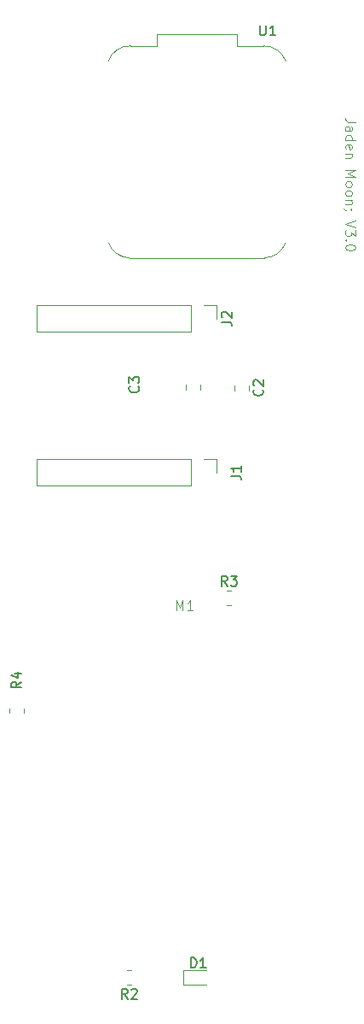
<source format=gbr>
%TF.GenerationSoftware,KiCad,Pcbnew,8.0.8*%
%TF.CreationDate,2025-03-03T09:56:18-08:00*%
%TF.ProjectId,pLUFsPCB,704c5546-7350-4434-922e-6b696361645f,3*%
%TF.SameCoordinates,Original*%
%TF.FileFunction,Legend,Top*%
%TF.FilePolarity,Positive*%
%FSLAX46Y46*%
G04 Gerber Fmt 4.6, Leading zero omitted, Abs format (unit mm)*
G04 Created by KiCad (PCBNEW 8.0.8) date 2025-03-03 09:56:18*
%MOMM*%
%LPD*%
G01*
G04 APERTURE LIST*
%ADD10C,0.100000*%
%ADD11C,0.150000*%
%ADD12C,0.120000*%
G04 APERTURE END LIST*
D10*
X123047580Y-50119598D02*
X122333295Y-50119598D01*
X122333295Y-50119598D02*
X122190438Y-50071979D01*
X122190438Y-50071979D02*
X122095200Y-49976741D01*
X122095200Y-49976741D02*
X122047580Y-49833884D01*
X122047580Y-49833884D02*
X122047580Y-49738646D01*
X122047580Y-51024360D02*
X122571390Y-51024360D01*
X122571390Y-51024360D02*
X122666628Y-50976741D01*
X122666628Y-50976741D02*
X122714247Y-50881503D01*
X122714247Y-50881503D02*
X122714247Y-50691027D01*
X122714247Y-50691027D02*
X122666628Y-50595789D01*
X122095200Y-51024360D02*
X122047580Y-50929122D01*
X122047580Y-50929122D02*
X122047580Y-50691027D01*
X122047580Y-50691027D02*
X122095200Y-50595789D01*
X122095200Y-50595789D02*
X122190438Y-50548170D01*
X122190438Y-50548170D02*
X122285676Y-50548170D01*
X122285676Y-50548170D02*
X122380914Y-50595789D01*
X122380914Y-50595789D02*
X122428533Y-50691027D01*
X122428533Y-50691027D02*
X122428533Y-50929122D01*
X122428533Y-50929122D02*
X122476152Y-51024360D01*
X122047580Y-51929122D02*
X123047580Y-51929122D01*
X122095200Y-51929122D02*
X122047580Y-51833884D01*
X122047580Y-51833884D02*
X122047580Y-51643408D01*
X122047580Y-51643408D02*
X122095200Y-51548170D01*
X122095200Y-51548170D02*
X122142819Y-51500551D01*
X122142819Y-51500551D02*
X122238057Y-51452932D01*
X122238057Y-51452932D02*
X122523771Y-51452932D01*
X122523771Y-51452932D02*
X122619009Y-51500551D01*
X122619009Y-51500551D02*
X122666628Y-51548170D01*
X122666628Y-51548170D02*
X122714247Y-51643408D01*
X122714247Y-51643408D02*
X122714247Y-51833884D01*
X122714247Y-51833884D02*
X122666628Y-51929122D01*
X122095200Y-52786265D02*
X122047580Y-52691027D01*
X122047580Y-52691027D02*
X122047580Y-52500551D01*
X122047580Y-52500551D02*
X122095200Y-52405313D01*
X122095200Y-52405313D02*
X122190438Y-52357694D01*
X122190438Y-52357694D02*
X122571390Y-52357694D01*
X122571390Y-52357694D02*
X122666628Y-52405313D01*
X122666628Y-52405313D02*
X122714247Y-52500551D01*
X122714247Y-52500551D02*
X122714247Y-52691027D01*
X122714247Y-52691027D02*
X122666628Y-52786265D01*
X122666628Y-52786265D02*
X122571390Y-52833884D01*
X122571390Y-52833884D02*
X122476152Y-52833884D01*
X122476152Y-52833884D02*
X122380914Y-52357694D01*
X122714247Y-53262456D02*
X122047580Y-53262456D01*
X122619009Y-53262456D02*
X122666628Y-53310075D01*
X122666628Y-53310075D02*
X122714247Y-53405313D01*
X122714247Y-53405313D02*
X122714247Y-53548170D01*
X122714247Y-53548170D02*
X122666628Y-53643408D01*
X122666628Y-53643408D02*
X122571390Y-53691027D01*
X122571390Y-53691027D02*
X122047580Y-53691027D01*
X122047580Y-54929123D02*
X123047580Y-54929123D01*
X123047580Y-54929123D02*
X122333295Y-55262456D01*
X122333295Y-55262456D02*
X123047580Y-55595789D01*
X123047580Y-55595789D02*
X122047580Y-55595789D01*
X122047580Y-56214837D02*
X122095200Y-56119599D01*
X122095200Y-56119599D02*
X122142819Y-56071980D01*
X122142819Y-56071980D02*
X122238057Y-56024361D01*
X122238057Y-56024361D02*
X122523771Y-56024361D01*
X122523771Y-56024361D02*
X122619009Y-56071980D01*
X122619009Y-56071980D02*
X122666628Y-56119599D01*
X122666628Y-56119599D02*
X122714247Y-56214837D01*
X122714247Y-56214837D02*
X122714247Y-56357694D01*
X122714247Y-56357694D02*
X122666628Y-56452932D01*
X122666628Y-56452932D02*
X122619009Y-56500551D01*
X122619009Y-56500551D02*
X122523771Y-56548170D01*
X122523771Y-56548170D02*
X122238057Y-56548170D01*
X122238057Y-56548170D02*
X122142819Y-56500551D01*
X122142819Y-56500551D02*
X122095200Y-56452932D01*
X122095200Y-56452932D02*
X122047580Y-56357694D01*
X122047580Y-56357694D02*
X122047580Y-56214837D01*
X122047580Y-57119599D02*
X122095200Y-57024361D01*
X122095200Y-57024361D02*
X122142819Y-56976742D01*
X122142819Y-56976742D02*
X122238057Y-56929123D01*
X122238057Y-56929123D02*
X122523771Y-56929123D01*
X122523771Y-56929123D02*
X122619009Y-56976742D01*
X122619009Y-56976742D02*
X122666628Y-57024361D01*
X122666628Y-57024361D02*
X122714247Y-57119599D01*
X122714247Y-57119599D02*
X122714247Y-57262456D01*
X122714247Y-57262456D02*
X122666628Y-57357694D01*
X122666628Y-57357694D02*
X122619009Y-57405313D01*
X122619009Y-57405313D02*
X122523771Y-57452932D01*
X122523771Y-57452932D02*
X122238057Y-57452932D01*
X122238057Y-57452932D02*
X122142819Y-57405313D01*
X122142819Y-57405313D02*
X122095200Y-57357694D01*
X122095200Y-57357694D02*
X122047580Y-57262456D01*
X122047580Y-57262456D02*
X122047580Y-57119599D01*
X122714247Y-57881504D02*
X122047580Y-57881504D01*
X122619009Y-57881504D02*
X122666628Y-57929123D01*
X122666628Y-57929123D02*
X122714247Y-58024361D01*
X122714247Y-58024361D02*
X122714247Y-58167218D01*
X122714247Y-58167218D02*
X122666628Y-58262456D01*
X122666628Y-58262456D02*
X122571390Y-58310075D01*
X122571390Y-58310075D02*
X122047580Y-58310075D01*
X122095200Y-58833885D02*
X122047580Y-58833885D01*
X122047580Y-58833885D02*
X121952342Y-58786266D01*
X121952342Y-58786266D02*
X121904723Y-58738647D01*
X122666628Y-58786266D02*
X122619009Y-58833885D01*
X122619009Y-58833885D02*
X122571390Y-58786266D01*
X122571390Y-58786266D02*
X122619009Y-58738647D01*
X122619009Y-58738647D02*
X122666628Y-58786266D01*
X122666628Y-58786266D02*
X122571390Y-58786266D01*
X123047580Y-59881504D02*
X122047580Y-60214837D01*
X122047580Y-60214837D02*
X123047580Y-60548170D01*
X123047580Y-60786266D02*
X123047580Y-61405313D01*
X123047580Y-61405313D02*
X122666628Y-61071980D01*
X122666628Y-61071980D02*
X122666628Y-61214837D01*
X122666628Y-61214837D02*
X122619009Y-61310075D01*
X122619009Y-61310075D02*
X122571390Y-61357694D01*
X122571390Y-61357694D02*
X122476152Y-61405313D01*
X122476152Y-61405313D02*
X122238057Y-61405313D01*
X122238057Y-61405313D02*
X122142819Y-61357694D01*
X122142819Y-61357694D02*
X122095200Y-61310075D01*
X122095200Y-61310075D02*
X122047580Y-61214837D01*
X122047580Y-61214837D02*
X122047580Y-60929123D01*
X122047580Y-60929123D02*
X122095200Y-60833885D01*
X122095200Y-60833885D02*
X122142819Y-60786266D01*
X122142819Y-61833885D02*
X122095200Y-61881504D01*
X122095200Y-61881504D02*
X122047580Y-61833885D01*
X122047580Y-61833885D02*
X122095200Y-61786266D01*
X122095200Y-61786266D02*
X122142819Y-61833885D01*
X122142819Y-61833885D02*
X122047580Y-61833885D01*
X123047580Y-62500551D02*
X123047580Y-62595789D01*
X123047580Y-62595789D02*
X122999961Y-62691027D01*
X122999961Y-62691027D02*
X122952342Y-62738646D01*
X122952342Y-62738646D02*
X122857104Y-62786265D01*
X122857104Y-62786265D02*
X122666628Y-62833884D01*
X122666628Y-62833884D02*
X122428533Y-62833884D01*
X122428533Y-62833884D02*
X122238057Y-62786265D01*
X122238057Y-62786265D02*
X122142819Y-62738646D01*
X122142819Y-62738646D02*
X122095200Y-62691027D01*
X122095200Y-62691027D02*
X122047580Y-62595789D01*
X122047580Y-62595789D02*
X122047580Y-62500551D01*
X122047580Y-62500551D02*
X122095200Y-62405313D01*
X122095200Y-62405313D02*
X122142819Y-62357694D01*
X122142819Y-62357694D02*
X122238057Y-62310075D01*
X122238057Y-62310075D02*
X122428533Y-62262456D01*
X122428533Y-62262456D02*
X122666628Y-62262456D01*
X122666628Y-62262456D02*
X122857104Y-62310075D01*
X122857104Y-62310075D02*
X122952342Y-62357694D01*
X122952342Y-62357694D02*
X122999961Y-62405313D01*
X122999961Y-62405313D02*
X123047580Y-62500551D01*
D11*
X110323333Y-96086819D02*
X109990000Y-95610628D01*
X109751905Y-96086819D02*
X109751905Y-95086819D01*
X109751905Y-95086819D02*
X110132857Y-95086819D01*
X110132857Y-95086819D02*
X110228095Y-95134438D01*
X110228095Y-95134438D02*
X110275714Y-95182057D01*
X110275714Y-95182057D02*
X110323333Y-95277295D01*
X110323333Y-95277295D02*
X110323333Y-95420152D01*
X110323333Y-95420152D02*
X110275714Y-95515390D01*
X110275714Y-95515390D02*
X110228095Y-95563009D01*
X110228095Y-95563009D02*
X110132857Y-95610628D01*
X110132857Y-95610628D02*
X109751905Y-95610628D01*
X110656667Y-95086819D02*
X111275714Y-95086819D01*
X111275714Y-95086819D02*
X110942381Y-95467771D01*
X110942381Y-95467771D02*
X111085238Y-95467771D01*
X111085238Y-95467771D02*
X111180476Y-95515390D01*
X111180476Y-95515390D02*
X111228095Y-95563009D01*
X111228095Y-95563009D02*
X111275714Y-95658247D01*
X111275714Y-95658247D02*
X111275714Y-95896342D01*
X111275714Y-95896342D02*
X111228095Y-95991580D01*
X111228095Y-95991580D02*
X111180476Y-96039200D01*
X111180476Y-96039200D02*
X111085238Y-96086819D01*
X111085238Y-96086819D02*
X110799524Y-96086819D01*
X110799524Y-96086819D02*
X110704286Y-96039200D01*
X110704286Y-96039200D02*
X110656667Y-95991580D01*
X113799580Y-76620666D02*
X113847200Y-76668285D01*
X113847200Y-76668285D02*
X113894819Y-76811142D01*
X113894819Y-76811142D02*
X113894819Y-76906380D01*
X113894819Y-76906380D02*
X113847200Y-77049237D01*
X113847200Y-77049237D02*
X113751961Y-77144475D01*
X113751961Y-77144475D02*
X113656723Y-77192094D01*
X113656723Y-77192094D02*
X113466247Y-77239713D01*
X113466247Y-77239713D02*
X113323390Y-77239713D01*
X113323390Y-77239713D02*
X113132914Y-77192094D01*
X113132914Y-77192094D02*
X113037676Y-77144475D01*
X113037676Y-77144475D02*
X112942438Y-77049237D01*
X112942438Y-77049237D02*
X112894819Y-76906380D01*
X112894819Y-76906380D02*
X112894819Y-76811142D01*
X112894819Y-76811142D02*
X112942438Y-76668285D01*
X112942438Y-76668285D02*
X112990057Y-76620666D01*
X112990057Y-76239713D02*
X112942438Y-76192094D01*
X112942438Y-76192094D02*
X112894819Y-76096856D01*
X112894819Y-76096856D02*
X112894819Y-75858761D01*
X112894819Y-75858761D02*
X112942438Y-75763523D01*
X112942438Y-75763523D02*
X112990057Y-75715904D01*
X112990057Y-75715904D02*
X113085295Y-75668285D01*
X113085295Y-75668285D02*
X113180533Y-75668285D01*
X113180533Y-75668285D02*
X113323390Y-75715904D01*
X113323390Y-75715904D02*
X113894819Y-76287332D01*
X113894819Y-76287332D02*
X113894819Y-75668285D01*
X89862819Y-105576666D02*
X89386628Y-105909999D01*
X89862819Y-106148094D02*
X88862819Y-106148094D01*
X88862819Y-106148094D02*
X88862819Y-105767142D01*
X88862819Y-105767142D02*
X88910438Y-105671904D01*
X88910438Y-105671904D02*
X88958057Y-105624285D01*
X88958057Y-105624285D02*
X89053295Y-105576666D01*
X89053295Y-105576666D02*
X89196152Y-105576666D01*
X89196152Y-105576666D02*
X89291390Y-105624285D01*
X89291390Y-105624285D02*
X89339009Y-105671904D01*
X89339009Y-105671904D02*
X89386628Y-105767142D01*
X89386628Y-105767142D02*
X89386628Y-106148094D01*
X89196152Y-104719523D02*
X89862819Y-104719523D01*
X88815200Y-104957618D02*
X89529485Y-105195713D01*
X89529485Y-105195713D02*
X89529485Y-104576666D01*
D10*
X105244476Y-98501419D02*
X105244476Y-97501419D01*
X105244476Y-97501419D02*
X105577809Y-98215704D01*
X105577809Y-98215704D02*
X105911142Y-97501419D01*
X105911142Y-97501419D02*
X105911142Y-98501419D01*
X106911142Y-98501419D02*
X106339714Y-98501419D01*
X106625428Y-98501419D02*
X106625428Y-97501419D01*
X106625428Y-97501419D02*
X106530190Y-97644276D01*
X106530190Y-97644276D02*
X106434952Y-97739514D01*
X106434952Y-97739514D02*
X106339714Y-97787133D01*
D11*
X109739819Y-69919333D02*
X110454104Y-69919333D01*
X110454104Y-69919333D02*
X110596961Y-69966952D01*
X110596961Y-69966952D02*
X110692200Y-70062190D01*
X110692200Y-70062190D02*
X110739819Y-70205047D01*
X110739819Y-70205047D02*
X110739819Y-70300285D01*
X109835057Y-69490761D02*
X109787438Y-69443142D01*
X109787438Y-69443142D02*
X109739819Y-69347904D01*
X109739819Y-69347904D02*
X109739819Y-69109809D01*
X109739819Y-69109809D02*
X109787438Y-69014571D01*
X109787438Y-69014571D02*
X109835057Y-68966952D01*
X109835057Y-68966952D02*
X109930295Y-68919333D01*
X109930295Y-68919333D02*
X110025533Y-68919333D01*
X110025533Y-68919333D02*
X110168390Y-68966952D01*
X110168390Y-68966952D02*
X110739819Y-69538380D01*
X110739819Y-69538380D02*
X110739819Y-68919333D01*
X106703905Y-133898819D02*
X106703905Y-132898819D01*
X106703905Y-132898819D02*
X106942000Y-132898819D01*
X106942000Y-132898819D02*
X107084857Y-132946438D01*
X107084857Y-132946438D02*
X107180095Y-133041676D01*
X107180095Y-133041676D02*
X107227714Y-133136914D01*
X107227714Y-133136914D02*
X107275333Y-133327390D01*
X107275333Y-133327390D02*
X107275333Y-133470247D01*
X107275333Y-133470247D02*
X107227714Y-133660723D01*
X107227714Y-133660723D02*
X107180095Y-133755961D01*
X107180095Y-133755961D02*
X107084857Y-133851200D01*
X107084857Y-133851200D02*
X106942000Y-133898819D01*
X106942000Y-133898819D02*
X106703905Y-133898819D01*
X108227714Y-133898819D02*
X107656286Y-133898819D01*
X107942000Y-133898819D02*
X107942000Y-132898819D01*
X107942000Y-132898819D02*
X107846762Y-133041676D01*
X107846762Y-133041676D02*
X107751524Y-133136914D01*
X107751524Y-133136914D02*
X107656286Y-133184533D01*
X101478580Y-76293414D02*
X101526200Y-76341033D01*
X101526200Y-76341033D02*
X101573819Y-76483890D01*
X101573819Y-76483890D02*
X101573819Y-76579128D01*
X101573819Y-76579128D02*
X101526200Y-76721985D01*
X101526200Y-76721985D02*
X101430961Y-76817223D01*
X101430961Y-76817223D02*
X101335723Y-76864842D01*
X101335723Y-76864842D02*
X101145247Y-76912461D01*
X101145247Y-76912461D02*
X101002390Y-76912461D01*
X101002390Y-76912461D02*
X100811914Y-76864842D01*
X100811914Y-76864842D02*
X100716676Y-76817223D01*
X100716676Y-76817223D02*
X100621438Y-76721985D01*
X100621438Y-76721985D02*
X100573819Y-76579128D01*
X100573819Y-76579128D02*
X100573819Y-76483890D01*
X100573819Y-76483890D02*
X100621438Y-76341033D01*
X100621438Y-76341033D02*
X100669057Y-76293414D01*
X100573819Y-75960080D02*
X100573819Y-75341033D01*
X100573819Y-75341033D02*
X100954771Y-75674366D01*
X100954771Y-75674366D02*
X100954771Y-75531509D01*
X100954771Y-75531509D02*
X101002390Y-75436271D01*
X101002390Y-75436271D02*
X101050009Y-75388652D01*
X101050009Y-75388652D02*
X101145247Y-75341033D01*
X101145247Y-75341033D02*
X101383342Y-75341033D01*
X101383342Y-75341033D02*
X101478580Y-75388652D01*
X101478580Y-75388652D02*
X101526200Y-75436271D01*
X101526200Y-75436271D02*
X101573819Y-75531509D01*
X101573819Y-75531509D02*
X101573819Y-75817223D01*
X101573819Y-75817223D02*
X101526200Y-75912461D01*
X101526200Y-75912461D02*
X101478580Y-75960080D01*
X113562095Y-40540819D02*
X113562095Y-41350342D01*
X113562095Y-41350342D02*
X113609714Y-41445580D01*
X113609714Y-41445580D02*
X113657333Y-41493200D01*
X113657333Y-41493200D02*
X113752571Y-41540819D01*
X113752571Y-41540819D02*
X113943047Y-41540819D01*
X113943047Y-41540819D02*
X114038285Y-41493200D01*
X114038285Y-41493200D02*
X114085904Y-41445580D01*
X114085904Y-41445580D02*
X114133523Y-41350342D01*
X114133523Y-41350342D02*
X114133523Y-40540819D01*
X115133523Y-41540819D02*
X114562095Y-41540819D01*
X114847809Y-41540819D02*
X114847809Y-40540819D01*
X114847809Y-40540819D02*
X114752571Y-40683676D01*
X114752571Y-40683676D02*
X114657333Y-40778914D01*
X114657333Y-40778914D02*
X114562095Y-40826533D01*
X110684819Y-85169333D02*
X111399104Y-85169333D01*
X111399104Y-85169333D02*
X111541961Y-85216952D01*
X111541961Y-85216952D02*
X111637200Y-85312190D01*
X111637200Y-85312190D02*
X111684819Y-85455047D01*
X111684819Y-85455047D02*
X111684819Y-85550285D01*
X111684819Y-84169333D02*
X111684819Y-84740761D01*
X111684819Y-84455047D02*
X110684819Y-84455047D01*
X110684819Y-84455047D02*
X110827676Y-84550285D01*
X110827676Y-84550285D02*
X110922914Y-84645523D01*
X110922914Y-84645523D02*
X110970533Y-84740761D01*
X100417333Y-136978819D02*
X100084000Y-136502628D01*
X99845905Y-136978819D02*
X99845905Y-135978819D01*
X99845905Y-135978819D02*
X100226857Y-135978819D01*
X100226857Y-135978819D02*
X100322095Y-136026438D01*
X100322095Y-136026438D02*
X100369714Y-136074057D01*
X100369714Y-136074057D02*
X100417333Y-136169295D01*
X100417333Y-136169295D02*
X100417333Y-136312152D01*
X100417333Y-136312152D02*
X100369714Y-136407390D01*
X100369714Y-136407390D02*
X100322095Y-136455009D01*
X100322095Y-136455009D02*
X100226857Y-136502628D01*
X100226857Y-136502628D02*
X99845905Y-136502628D01*
X100798286Y-136074057D02*
X100845905Y-136026438D01*
X100845905Y-136026438D02*
X100941143Y-135978819D01*
X100941143Y-135978819D02*
X101179238Y-135978819D01*
X101179238Y-135978819D02*
X101274476Y-136026438D01*
X101274476Y-136026438D02*
X101322095Y-136074057D01*
X101322095Y-136074057D02*
X101369714Y-136169295D01*
X101369714Y-136169295D02*
X101369714Y-136264533D01*
X101369714Y-136264533D02*
X101322095Y-136407390D01*
X101322095Y-136407390D02*
X100750667Y-136978819D01*
X100750667Y-136978819D02*
X101369714Y-136978819D01*
D12*
%TO.C,R3*%
X110262936Y-96547000D02*
X110717064Y-96547000D01*
X110262936Y-98017000D02*
X110717064Y-98017000D01*
%TO.C,C2*%
X111025000Y-76192748D02*
X111025000Y-76715252D01*
X112495000Y-76192748D02*
X112495000Y-76715252D01*
%TO.C,R4*%
X88673000Y-108685064D02*
X88673000Y-108230936D01*
X90143000Y-108685064D02*
X90143000Y-108230936D01*
%TO.C,J2*%
X91385000Y-68256000D02*
X91385000Y-70916000D01*
X106685000Y-68256000D02*
X91385000Y-68256000D01*
X106685000Y-68256000D02*
X106685000Y-70916000D01*
X106685000Y-70916000D02*
X91385000Y-70916000D01*
X107955000Y-68256000D02*
X109285000Y-68256000D01*
X109285000Y-68256000D02*
X109285000Y-69586000D01*
%TO.C,D1*%
X105957000Y-134139000D02*
X105957000Y-135609000D01*
X105957000Y-135609000D02*
X108242000Y-135609000D01*
X108242000Y-134139000D02*
X105957000Y-134139000D01*
%TO.C,C3*%
X106199000Y-76126748D02*
X106199000Y-76649252D01*
X107669000Y-76126748D02*
X107669000Y-76649252D01*
%TO.C,U1*%
X100624000Y-63586000D02*
X114024000Y-63586000D01*
X103324000Y-41386000D02*
X111324000Y-41386000D01*
X103324000Y-42586000D02*
X100724000Y-42586000D01*
X103324000Y-42586000D02*
X103324000Y-41386000D01*
X111324000Y-41386000D02*
X111324000Y-42586000D01*
X113924000Y-42586000D02*
X111324000Y-42586000D01*
X98511108Y-44081320D02*
G75*
G02*
X100723532Y-42586001I2135279J-774913D01*
G01*
X100624000Y-63586000D02*
G75*
G02*
X98524000Y-62086000I74105J2323747D01*
G01*
X113924000Y-42586001D02*
G75*
G02*
X116128036Y-44084535I64720J-2274919D01*
G01*
X116124000Y-62086000D02*
G75*
G02*
X114024000Y-63586000I-2174100J823740D01*
G01*
%TO.C,J1*%
X91385000Y-83506000D02*
X91385000Y-86166000D01*
X106685000Y-83506000D02*
X91385000Y-83506000D01*
X106685000Y-83506000D02*
X106685000Y-86166000D01*
X106685000Y-86166000D02*
X91385000Y-86166000D01*
X107955000Y-83506000D02*
X109285000Y-83506000D01*
X109285000Y-83506000D02*
X109285000Y-84836000D01*
%TO.C,R2*%
X100811064Y-134139000D02*
X100356936Y-134139000D01*
X100811064Y-135609000D02*
X100356936Y-135609000D01*
%TD*%
M02*

</source>
